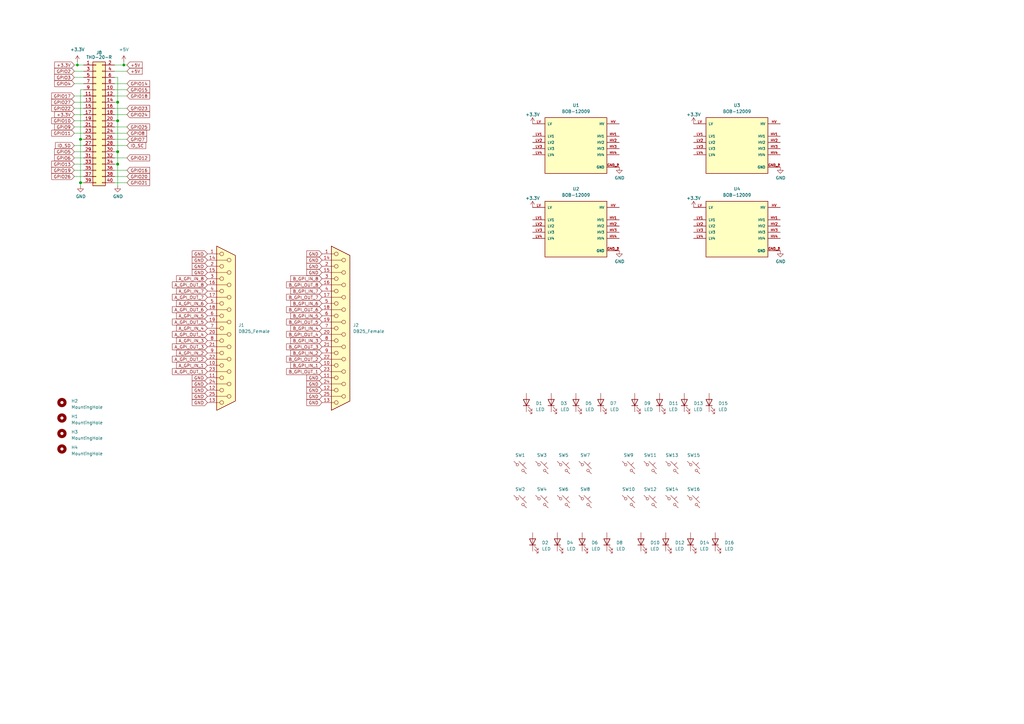
<source format=kicad_sch>
(kicad_sch (version 20211123) (generator eeschema)
  (paper "A3")
  (title_block (title "Compute Module 4 IO Board - Top Level") (rev "1") (company "(c) Raspberry Pi Trading 2020") (comment 1 "www.raspberrypi.org"))
  (lib_symbols
    (symbol "BOB-12009:BOB-12009" (pin_names (offset 1.016))
      (property "Reference" "U" (at -12.7 11.43 0))
      (property "Value" "BOB-12009" (at -12.7 -15.24 0))
      (symbol "BOB-12009_0_0"
        (rectangle (start -12.7 -12.7) (end 12.7 10.16) (stroke (width 0.254)) (fill (type background)))
        (pin power_in line (at 17.78 -10.16 180) (length 5.08) (name "GND") (number "GND_1"))
        (pin power_in line (at 17.78 -10.16 180) (length 5.08) (name "GND") (number "GND_2"))
        (pin bidirectional line (at 17.78 7.62 180) (length 5.08) (name "HV") (number "HV"))
        (pin bidirectional line (at 17.78 2.54 180) (length 5.08) (name "HV1") (number "HV1"))
        (pin bidirectional line (at 17.78 0 180) (length 5.08) (name "HV2") (number "HV2"))
        (pin bidirectional line (at 17.78 -2.54 180) (length 5.08) (name "HV3") (number "HV3"))
        (pin bidirectional line (at 17.78 -5.08 180) (length 5.08) (name "HV4") (number "HV4"))
        (pin bidirectional line (at -17.78 7.62 0) (length 5.08) (name "LV") (number "LV"))
        (pin bidirectional line (at -17.78 2.54 0) (length 5.08) (name "LV1") (number "LV1"))
        (pin bidirectional line (at -17.78 0 0) (length 5.08) (name "LV2") (number "LV2"))
        (pin bidirectional line (at -17.78 -2.54 0) (length 5.08) (name "LV3") (number "LV3"))
        (pin bidirectional line (at -17.78 -5.08 0) (length 5.08) (name "LV4") (number "LV4"))
      )
    )
    (symbol "Connector:DB25_Female" (pin_names (offset 1.016) hide)
      (property "Reference" "J" (at 0 34.29 0))
      (property "Value" "DB25_Female" (at 0 -34.925 0))
      (symbol "DB25_Female_0_1"
        (circle (center -1.778 -30.48) (radius 0.762))
        (circle (center -1.778 -25.4) (radius 0.762))
        (circle (center -1.778 -20.32) (radius 0.762))
        (circle (center -1.778 -15.24) (radius 0.762))
        (circle (center -1.778 -10.16) (radius 0.762))
        (circle (center -1.778 -5.08) (radius 0.762))
        (circle (center -1.778 0) (radius 0.762))
        (circle (center -1.778 5.08) (radius 0.762))
        (circle (center -1.778 10.16) (radius 0.762))
        (circle (center -1.778 15.24) (radius 0.762))
        (circle (center -1.778 20.32) (radius 0.762))
        (circle (center -1.778 25.4) (radius 0.762))
        (circle (center -1.778 30.48) (radius 0.762))
        (polyline (pts (xy -3.81 -30.48) (xy -2.54 -30.48)))
        (polyline (pts (xy -3.81 -27.94) (xy 0.508 -27.94)))
        (polyline (pts (xy -3.81 -25.4) (xy -2.54 -25.4)))
        (polyline (pts (xy -3.81 -22.86) (xy 0.508 -22.86)))
        (polyline (pts (xy -3.81 -20.32) (xy -2.54 -20.32)))
        (polyline (pts (xy -3.81 -17.78) (xy 0.508 -17.78)))
        (polyline (pts (xy -3.81 -15.24) (xy -2.54 -15.24)))
        (polyline (pts (xy -3.81 -12.7) (xy 0.508 -12.7)))
        (polyline (pts (xy -3.81 -10.16) (xy -2.54 -10.16)))
        (polyline (pts (xy -3.81 -7.62) (xy 0.508 -7.62)))
        (polyline (pts (xy -3.81 -5.08) (xy -2.54 -5.08)))
        (polyline (pts (xy -3.81 -2.54) (xy 0.508 -2.54)))
        (polyline (pts (xy -3.81 0) (xy -2.54 0)))
        (polyline (pts (xy -3.81 2.54) (xy 0.508 2.54)))
        (polyline (pts (xy -3.81 5.08) (xy -2.54 5.08)))
        (polyline (pts (xy -3.81 7.62) (xy 0.508 7.62)))
        (polyline (pts (xy -3.81 10.16) (xy -2.54 10.16)))
        (polyline (pts (xy -3.81 12.7) (xy 0.508 12.7)))
        (polyline (pts (xy -3.81 15.24) (xy -2.54 15.24)))
        (polyline (pts (xy -3.81 17.78) (xy 0.508 17.78)))
        (polyline (pts (xy -3.81 20.32) (xy -2.54 20.32)))
        (polyline (pts (xy -3.81 22.86) (xy 0.508 22.86)))
        (polyline (pts (xy -3.81 25.4) (xy -2.54 25.4)))
        (polyline (pts (xy -3.81 27.94) (xy 0.508 27.94)))
        (polyline (pts (xy -3.81 30.48) (xy -2.54 30.48)))
        (polyline (pts (xy -3.81 33.655) (xy 3.81 29.845) (xy 3.81 -29.845) (xy -3.81 -33.655) (xy -3.81 33.655)) (stroke (width 0.254)) (fill (type background)))
        (circle (center 1.27 -27.94) (radius 0.762))
        (circle (center 1.27 -22.86) (radius 0.762))
        (circle (center 1.27 -17.78) (radius 0.762))
        (circle (center 1.27 -12.7) (radius 0.762))
        (circle (center 1.27 -7.62) (radius 0.762))
        (circle (center 1.27 -2.54) (radius 0.762))
        (circle (center 1.27 2.54) (radius 0.762))
        (circle (center 1.27 7.62) (radius 0.762))
        (circle (center 1.27 12.7) (radius 0.762))
        (circle (center 1.27 17.78) (radius 0.762))
        (circle (center 1.27 22.86) (radius 0.762))
        (circle (center 1.27 27.94) (radius 0.762))
      )
      (symbol "DB25_Female_1_1"
        (pin passive line (at -7.62 30.48 0) (length 3.81) (name "1") (number "1"))
        (pin passive line (at -7.62 -15.24 0) (length 3.81) (name "10") (number "10"))
        (pin passive line (at -7.62 -20.32 0) (length 3.81) (name "11") (number "11"))
        (pin passive line (at -7.62 -25.4 0) (length 3.81) (name "12") (number "12"))
        (pin passive line (at -7.62 -30.48 0) (length 3.81) (name "13") (number "13"))
        (pin passive line (at -7.62 27.94 0) (length 3.81) (name "P14") (number "14"))
        (pin passive line (at -7.62 22.86 0) (length 3.81) (name "P15") (number "15"))
        (pin passive line (at -7.62 17.78 0) (length 3.81) (name "P16") (number "16"))
        (pin passive line (at -7.62 12.7 0) (length 3.81) (name "P17") (number "17"))
        (pin passive line (at -7.62 7.62 0) (length 3.81) (name "P18") (number "18"))
        (pin passive line (at -7.62 2.54 0) (length 3.81) (name "P19") (number "19"))
        (pin passive line (at -7.62 25.4 0) (length 3.81) (name "2") (number "2"))
        (pin passive line (at -7.62 -2.54 0) (length 3.81) (name "P20") (number "20"))
        (pin passive line (at -7.62 -7.62 0) (length 3.81) (name "P21") (number "21"))
        (pin passive line (at -7.62 -12.7 0) (length 3.81) (name "P22") (number "22"))
        (pin passive line (at -7.62 -17.78 0) (length 3.81) (name "P23") (number "23"))
        (pin passive line (at -7.62 -22.86 0) (length 3.81) (name "P24") (number "24"))
        (pin passive line (at -7.62 -27.94 0) (length 3.81) (name "P25") (number "25"))
        (pin passive line (at -7.62 20.32 0) (length 3.81) (name "3") (number "3"))
        (pin passive line (at -7.62 15.24 0) (length 3.81) (name "4") (number "4"))
        (pin passive line (at -7.62 10.16 0) (length 3.81) (name "5") (number "5"))
        (pin passive line (at -7.62 5.08 0) (length 3.81) (name "6") (number "6"))
        (pin passive line (at -7.62 0 0) (length 3.81) (name "7") (number "7"))
        (pin passive line (at -7.62 -5.08 0) (length 3.81) (name "8") (number "8"))
        (pin passive line (at -7.62 -10.16 0) (length 3.81) (name "9") (number "9"))
      )
    )
    (symbol "Connector_Generic:Conn_02x20_Odd_Even" (pin_names hide)
      (property "Reference" "J" (at 1.27 25.4 0))
      (property "Value" "Conn_02x20_Odd_Even" (at 1.27 -27.94 0))
      (symbol "Conn_02x20_Odd_Even_1_1"
        (rectangle (start -1.27 -25.273) (end 0 -25.527))
        (rectangle (start -1.27 -22.733) (end 0 -22.987))
        (rectangle (start -1.27 -20.193) (end 0 -20.447))
        (rectangle (start -1.27 -17.653) (end 0 -17.907))
        (rectangle (start -1.27 -15.113) (end 0 -15.367))
        (rectangle (start -1.27 -12.573) (end 0 -12.827))
        (rectangle (start -1.27 -10.033) (end 0 -10.287))
        (rectangle (start -1.27 -7.493) (end 0 -7.747))
        (rectangle (start -1.27 -4.953) (end 0 -5.207))
        (rectangle (start -1.27 -2.413) (end 0 -2.667))
        (rectangle (start -1.27 0.127) (end 0 -0.127))
        (rectangle (start -1.27 2.667) (end 0 2.413))
        (rectangle (start -1.27 5.207) (end 0 4.953))
        (rectangle (start -1.27 7.747) (end 0 7.493))
        (rectangle (start -1.27 10.287) (end 0 10.033))
        (rectangle (start -1.27 12.827) (end 0 12.573))
        (rectangle (start -1.27 15.367) (end 0 15.113))
        (rectangle (start -1.27 17.907) (end 0 17.653))
        (rectangle (start -1.27 20.447) (end 0 20.193))
        (rectangle (start -1.27 22.987) (end 0 22.733))
        (rectangle (start -1.27 24.13) (end 3.81 -26.67) (stroke (width 0.254)) (fill (type background)))
        (rectangle (start 3.81 -25.273) (end 2.54 -25.527))
        (rectangle (start 3.81 -22.733) (end 2.54 -22.987))
        (rectangle (start 3.81 -20.193) (end 2.54 -20.447))
        (rectangle (start 3.81 -17.653) (end 2.54 -17.907))
        (rectangle (start 3.81 -15.113) (end 2.54 -15.367))
        (rectangle (start 3.81 -12.573) (end 2.54 -12.827))
        (rectangle (start 3.81 -10.033) (end 2.54 -10.287))
        (rectangle (start 3.81 -7.493) (end 2.54 -7.747))
        (rectangle (start 3.81 -4.953) (end 2.54 -5.207))
        (rectangle (start 3.81 -2.413) (end 2.54 -2.667))
        (rectangle (start 3.81 0.127) (end 2.54 -0.127))
        (rectangle (start 3.81 2.667) (end 2.54 2.413))
        (rectangle (start 3.81 5.207) (end 2.54 4.953))
        (rectangle (start 3.81 7.747) (end 2.54 7.493))
        (rectangle (start 3.81 10.287) (end 2.54 10.033))
        (rectangle (start 3.81 12.827) (end 2.54 12.573))
        (rectangle (start 3.81 15.367) (end 2.54 15.113))
        (rectangle (start 3.81 17.907) (end 2.54 17.653))
        (rectangle (start 3.81 20.447) (end 2.54 20.193))
        (rectangle (start 3.81 22.987) (end 2.54 22.733))
        (pin passive line (at -5.08 22.86 0) (length 3.81) (name "Pin_1") (number "1"))
        (pin passive line (at 7.62 12.7 180) (length 3.81) (name "Pin_10") (number "10"))
        (pin passive line (at -5.08 10.16 0) (length 3.81) (name "Pin_11") (number "11"))
        (pin passive line (at 7.62 10.16 180) (length 3.81) (name "Pin_12") (number "12"))
        (pin passive line (at -5.08 7.62 0) (length 3.81) (name "Pin_13") (number "13"))
        (pin passive line (at 7.62 7.62 180) (length 3.81) (name "Pin_14") (number "14"))
        (pin passive line (at -5.08 5.08 0) (length 3.81) (name "Pin_15") (number "15"))
        (pin passive line (at 7.62 5.08 180) (length 3.81) (name "Pin_16") (number "16"))
        (pin passive line (at -5.08 2.54 0) (length 3.81) (name "Pin_17") (number "17"))
        (pin passive line (at 7.62 2.54 180) (length 3.81) (name "Pin_18") (number "18"))
        (pin passive line (at -5.08 0 0) (length 3.81) (name "Pin_19") (number "19"))
        (pin passive line (at 7.62 22.86 180) (length 3.81) (name "Pin_2") (number "2"))
        (pin passive line (at 7.62 0 180) (length 3.81) (name "Pin_20") (number "20"))
        (pin passive line (at -5.08 -2.54 0) (length 3.81) (name "Pin_21") (number "21"))
        (pin passive line (at 7.62 -2.54 180) (length 3.81) (name "Pin_22") (number "22"))
        (pin passive line (at -5.08 -5.08 0) (length 3.81) (name "Pin_23") (number "23"))
        (pin passive line (at 7.62 -5.08 180) (length 3.81) (name "Pin_24") (number "24"))
        (pin passive line (at -5.08 -7.62 0) (length 3.81) (name "Pin_25") (number "25"))
        (pin passive line (at 7.62 -7.62 180) (length 3.81) (name "Pin_26") (number "26"))
        (pin passive line (at -5.08 -10.16 0) (length 3.81) (name "Pin_27") (number "27"))
        (pin passive line (at 7.62 -10.16 180) (length 3.81) (name "Pin_28") (number "28"))
        (pin passive line (at -5.08 -12.7 0) (length 3.81) (name "Pin_29") (number "29"))
        (pin passive line (at -5.08 20.32 0) (length 3.81) (name "Pin_3") (number "3"))
        (pin passive line (at 7.62 -12.7 180) (length 3.81) (name "Pin_30") (number "30"))
        (pin passive line (at -5.08 -15.24 0) (length 3.81) (name "Pin_31") (number "31"))
        (pin passive line (at 7.62 -15.24 180) (length 3.81) (name "Pin_32") (number "32"))
        (pin passive line (at -5.08 -17.78 0) (length 3.81) (name "Pin_33") (number "33"))
        (pin passive line (at 7.62 -17.78 180) (length 3.81) (name "Pin_34") (number "34"))
        (pin passive line (at -5.08 -20.32 0) (length 3.81) (name "Pin_35") (number "35"))
        (pin passive line (at 7.62 -20.32 180) (length 3.81) (name "Pin_36") (number "36"))
        (pin passive line (at -5.08 -22.86 0) (length 3.81) (name "Pin_37") (number "37"))
        (pin passive line (at 7.62 -22.86 180) (length 3.81) (name "Pin_38") (number "38"))
        (pin passive line (at -5.08 -25.4 0) (length 3.81) (name "Pin_39") (number "39"))
        (pin passive line (at 7.62 20.32 180) (length 3.81) (name "Pin_4") (number "4"))
        (pin passive line (at 7.62 -25.4 180) (length 3.81) (name "Pin_40") (number "40"))
        (pin passive line (at -5.08 17.78 0) (length 3.81) (name "Pin_5") (number "5"))
        (pin passive line (at 7.62 17.78 180) (length 3.81) (name "Pin_6") (number "6"))
        (pin passive line (at -5.08 15.24 0) (length 3.81) (name "Pin_7") (number "7"))
        (pin passive line (at 7.62 15.24 180) (length 3.81) (name "Pin_8") (number "8"))
        (pin passive line (at -5.08 12.7 0) (length 3.81) (name "Pin_9") (number "9"))
      )
    )
    (symbol "Device:LED" (pin_numbers hide) (pin_names (offset 1.016) hide)
      (property "Reference" "D" (at 0 2.54 0))
      (property "Value" "LED" (at 0 -2.54 0))
      (symbol "LED_0_1"
        (polyline (pts (xy -1.27 -1.27) (xy -1.27 1.27)) (stroke (width 0.254)))
        (polyline (pts (xy -1.27 0) (xy 1.27 0)))
        (polyline (pts (xy 1.27 -1.27) (xy 1.27 1.27) (xy -1.27 0) (xy 1.27 -1.27)) (stroke (width 0.254)))
        (polyline (pts (xy -3.048 -0.762) (xy -4.572 -2.286) (xy -3.81 -2.286) (xy -4.572 -2.286) (xy -4.572 -1.524)))
        (polyline (pts (xy -1.778 -0.762) (xy -3.302 -2.286) (xy -2.54 -2.286) (xy -3.302 -2.286) (xy -3.302 -1.524)))
      )
      (symbol "LED_1_1"
        (pin passive line (at -3.81 0 0) (length 2.54) (name "K") (number "1"))
        (pin passive line (at 3.81 0 180) (length 2.54) (name "A") (number "2"))
      )
    )
    (symbol "Mechanical:MountingHole_1" (pin_names (offset 1.016))
      (property "Reference" "H" (at 0 5.08 0))
      (property "Value" "MountingHole" (at 0 3.175 0))
      (symbol "MountingHole_1_0_1"
        (circle (center 0 0) (radius 1.27) (stroke (width 1.27)))
      )
    )
    (symbol "Switch:SW_Push_45deg" (pin_numbers hide) (pin_names (offset 1.016) hide)
      (property "Reference" "SW" (at 3.048 1.016 0))
      (property "Value" "SW_Push_45deg" (at 0 -3.81 0))
      (symbol "SW_Push_45deg_0_1"
        (circle (center -1.1684 1.1684) (radius 0.508))
        (polyline (pts (xy -0.508 2.54) (xy 2.54 -0.508)))
        (polyline (pts (xy 1.016 1.016) (xy 2.032 2.032)))
        (polyline (pts (xy -2.54 2.54) (xy -1.524 1.524) (xy -1.524 1.524)))
        (polyline (pts (xy 1.524 -1.524) (xy 2.54 -2.54) (xy 2.54 -2.54) (xy 2.54 -2.54)))
        (circle (center 1.143 -1.1938) (radius 0.508))
        (pin passive line (at -2.54 2.54 0) (length 0) (name "1") (number "1"))
        (pin passive line (at 2.54 -2.54 180) (length 0) (name "2") (number "2"))
      )
    )
    (symbol "power:+3.3V" (power) (pin_names (offset 0))
      (property "Value" "+3.3V" (at 0 3.556 0))
      (symbol "+3.3V_0_1"
        (polyline (pts (xy -0.762 1.27) (xy 0 2.54)))
        (polyline (pts (xy 0 0) (xy 0 2.54)))
        (polyline (pts (xy 0 2.54) (xy 0.762 1.27)))
      )
      (symbol "+3.3V_1_1"
        (pin power_in line (at 0 0 90) (length 0) hide (name "+3.3V") (number "1"))
      )
    )
    (symbol "power:+5V" (power) (pin_names (offset 0))
      (property "Value" "+5V" (at 0 3.556 0))
      (symbol "+5V_0_1"
        (polyline (pts (xy -0.762 1.27) (xy 0 2.54)))
        (polyline (pts (xy 0 0) (xy 0 2.54)))
        (polyline (pts (xy 0 2.54) (xy 0.762 1.27)))
      )
      (symbol "+5V_1_1"
        (pin power_in line (at 0 0 90) (length 0) hide (name "+5V") (number "1"))
      )
    )
    (symbol "power:GND" (power) (pin_names (offset 0))
      (property "Value" "GND" (at 0 -3.81 0))
      (symbol "GND_0_1"
        (polyline (pts (xy 0 0) (xy 0 -1.27) (xy 1.27 -1.27) (xy 0 -2.54) (xy -1.27 -1.27) (xy 0 -1.27)))
      )
      (symbol "GND_1_1"
        (pin power_in line (at 0 0 270) (length 0) hide (name "GND") (number "1"))
      )
    )
  )
  (junction (at 48.26 67.31) (diameter 1.016))
  (junction (at 33.02 57.15) (diameter 1.016))
  (junction (at 48.26 49.53) (diameter 1.016))
  (junction (at 31.75 26.67))
  (junction (at 50.8 26.67))
  (junction (at 33.02 74.93) (diameter 1.016))
  (junction (at 48.26 41.91) (diameter 1.016))
  (junction (at 48.26 62.23) (diameter 1.016))
  (wire (pts (xy 48.26 67.31) (xy 48.26 62.23)))
  (wire (pts (xy 46.99 31.75) (xy 48.26 31.75)))
  (wire (pts (xy 30.48 49.53) (xy 34.29 49.53)))
  (wire (pts (xy 50.8 26.67) (xy 52.07 26.67)))
  (wire (pts (xy 30.48 31.75) (xy 34.29 31.75)))
  (wire (pts (xy 46.99 69.85) (xy 52.07 69.85)))
  (wire (pts (xy 46.99 29.21) (xy 52.07 29.21)))
  (wire (pts (xy 46.99 46.99) (xy 52.07 46.99)))
  (wire (pts (xy 31.75 26.67) (xy 34.29 26.67)))
  (wire (pts (xy 46.99 59.69) (xy 52.07 59.69)))
  (wire (pts (xy 30.48 59.69) (xy 34.29 59.69)))
  (wire (pts (xy 30.48 72.39) (xy 34.29 72.39)))
  (wire (pts (xy 46.99 62.23) (xy 48.26 62.23)))
  (wire (pts (xy 30.48 41.91) (xy 34.29 41.91)))
  (wire (pts (xy 46.99 57.15) (xy 52.07 57.15)))
  (wire (pts (xy 48.26 41.91) (xy 46.99 41.91)))
  (wire (pts (xy 30.48 39.37) (xy 34.29 39.37)))
  (wire (pts (xy 46.99 72.39) (xy 52.07 72.39)))
  (wire (pts (xy 48.26 41.91) (xy 48.26 49.53)))
  (wire (pts (xy 33.02 57.15) (xy 33.02 74.93)))
  (wire (pts (xy 30.48 44.45) (xy 34.29 44.45)))
  (wire (pts (xy 30.48 46.99) (xy 34.29 46.99)))
  (wire (pts (xy 33.02 74.93) (xy 33.02 76.2)))
  (wire (pts (xy 46.99 52.07) (xy 52.07 52.07)))
  (wire (pts (xy 30.48 62.23) (xy 34.29 62.23)))
  (wire (pts (xy 30.48 64.77) (xy 34.29 64.77)))
  (wire (pts (xy 34.29 36.83) (xy 33.02 36.83)))
  (wire (pts (xy 46.99 64.77) (xy 52.07 64.77)))
  (wire (pts (xy 33.02 74.93) (xy 34.29 74.93)))
  (wire (pts (xy 46.99 26.67) (xy 50.8 26.67)))
  (wire (pts (xy 48.26 67.31) (xy 48.26 76.2)))
  (wire (pts (xy 48.26 31.75) (xy 48.26 41.91)))
  (wire (pts (xy 30.48 34.29) (xy 34.29 34.29)))
  (wire (pts (xy 30.48 69.85) (xy 34.29 69.85)))
  (wire (pts (xy 46.99 74.93) (xy 52.07 74.93)))
  (wire (pts (xy 48.26 49.53) (xy 46.99 49.53)))
  (wire (pts (xy 33.02 57.15) (xy 34.29 57.15)))
  (wire (pts (xy 46.99 67.31) (xy 48.26 67.31)))
  (wire (pts (xy 46.99 39.37) (xy 52.07 39.37)))
  (wire (pts (xy 46.99 34.29) (xy 52.07 34.29)))
  (wire (pts (xy 31.75 25.4) (xy 31.75 26.67)))
  (wire (pts (xy 50.8 25.4) (xy 50.8 26.67)))
  (wire (pts (xy 33.02 36.83) (xy 33.02 57.15)))
  (wire (pts (xy 46.99 54.61) (xy 52.07 54.61)))
  (wire (pts (xy 46.99 44.45) (xy 52.07 44.45)))
  (wire (pts (xy 30.48 67.31) (xy 34.29 67.31)))
  (wire (pts (xy 30.48 52.07) (xy 34.29 52.07)))
  (wire (pts (xy 30.48 54.61) (xy 34.29 54.61)))
  (wire (pts (xy 30.48 29.21) (xy 34.29 29.21)))
  (wire (pts (xy 46.99 36.83) (xy 52.07 36.83)))
  (wire (pts (xy 30.48 26.67) (xy 31.75 26.67)))
  (wire (pts (xy 48.26 62.23) (xy 48.26 49.53)))
  (global_label "GND" (shape input) (at 132.08 154.94 180) (property "Intersheet References" "${INTERSHEET_REFS}" (effects hide)))
  (global_label "B_GPI_OUT_3" (shape input) (at 132.08 142.24 180) (property "Intersheet References" "${INTERSHEET_REFS}" (effects hide)))
  (global_label "GND" (shape input) (at 85.09 106.68 180) (property "Intersheet References" "${INTERSHEET_REFS}" (effects hide)))
  (global_label "+5V" (shape input) (at 52.07 29.21 0) (property "Intersheet References" "${INTERSHEET_REFS}" (effects hide)))
  (global_label "B_GPI_OUT_7" (shape input) (at 132.08 121.92 180) (property "Intersheet References" "${INTERSHEET_REFS}" (effects hide)))
  (global_label "A_GPI_OUT_3" (shape input) (at 85.09 142.24 180) (property "Intersheet References" "${INTERSHEET_REFS}" (effects hide)))
  (global_label "GPIO17" (shape input) (at 30.48 39.37 180) (property "Intersheet References" "${INTERSHEET_REFS}" (effects hide)))
  (global_label "A_GPI_IN_3" (shape input) (at 85.09 139.7 180) (property "Intersheet References" "${INTERSHEET_REFS}" (effects hide)))
  (global_label "B_GPI_OUT_5" (shape input) (at 132.08 132.08 180) (property "Intersheet References" "${INTERSHEET_REFS}" (effects hide)))
  (global_label "GND" (shape input) (at 132.08 106.68 180) (property "Intersheet References" "${INTERSHEET_REFS}" (effects hide)))
  (global_label "B_GPI_IN_8" (shape input) (at 132.08 114.3 180) (property "Intersheet References" "${INTERSHEET_REFS}" (effects hide)))
  (global_label "GPIO5" (shape input) (at 30.48 62.23 180) (property "Intersheet References" "${INTERSHEET_REFS}" (effects hide)))
  (global_label "GND" (shape input) (at 85.09 109.22 180) (property "Intersheet References" "${INTERSHEET_REFS}" (effects hide)))
  (global_label "+5V" (shape input) (at 52.07 26.67 0) (property "Intersheet References" "${INTERSHEET_REFS}" (effects hide)))
  (global_label "B_GPI_OUT_2" (shape input) (at 132.08 147.32 180) (property "Intersheet References" "${INTERSHEET_REFS}" (effects hide)))
  (global_label "GPIO18" (shape input) (at 52.07 39.37 0) (property "Intersheet References" "${INTERSHEET_REFS}" (effects hide)))
  (global_label "GPIO22" (shape input) (at 30.48 44.45 180) (property "Intersheet References" "${INTERSHEET_REFS}" (effects hide)))
  (global_label "GPIO25" (shape input) (at 52.07 52.07 0) (property "Intersheet References" "${INTERSHEET_REFS}" (effects hide)))
  (global_label "B_GPI_OUT_6" (shape input) (at 132.08 127 180) (property "Intersheet References" "${INTERSHEET_REFS}" (effects hide)))
  (global_label "GND" (shape input) (at 85.09 111.76 180) (property "Intersheet References" "${INTERSHEET_REFS}" (effects hide)))
  (global_label "A_GPI_OUT_2" (shape input) (at 85.09 147.32 180) (property "Intersheet References" "${INTERSHEET_REFS}" (effects hide)))
  (global_label "+3.3V" (shape input) (at 30.48 46.99 180) (property "Intersheet References" "${INTERSHEET_REFS}" (effects hide)))
  (global_label "A_GPI_OUT_1" (shape input) (at 85.09 152.4 180) (property "Intersheet References" "${INTERSHEET_REFS}" (effects hide)))
  (global_label "B_GPI_IN_1" (shape input) (at 132.08 149.86 180) (property "Intersheet References" "${INTERSHEET_REFS}" (effects hide)))
  (global_label "GPIO23" (shape input) (at 52.07 44.45 0) (property "Intersheet References" "${INTERSHEET_REFS}" (effects hide)))
  (global_label "GND" (shape input) (at 85.09 104.14 180) (property "Intersheet References" "${INTERSHEET_REFS}" (effects hide)))
  (global_label "GND" (shape input) (at 132.08 157.48 180) (property "Intersheet References" "${INTERSHEET_REFS}" (effects hide)))
  (global_label "GPIO11" (shape input) (at 30.48 54.61 180) (property "Intersheet References" "${INTERSHEET_REFS}" (effects hide)))
  (global_label "B_GPI_IN_2" (shape input) (at 132.08 144.78 180) (property "Intersheet References" "${INTERSHEET_REFS}" (effects hide)))
  (global_label "GND" (shape input) (at 132.08 165.1 180) (property "Intersheet References" "${INTERSHEET_REFS}" (effects hide)))
  (global_label "ID_SD" (shape input) (at 30.48 59.69 180) (property "Intersheet References" "${INTERSHEET_REFS}" (effects hide)))
  (global_label "A_GPI_IN_1" (shape input) (at 85.09 149.86 180) (property "Intersheet References" "${INTERSHEET_REFS}" (effects hide)))
  (global_label "GPIO3" (shape input) (at 30.48 31.75 180) (property "Intersheet References" "${INTERSHEET_REFS}" (effects hide)))
  (global_label "GPIO13" (shape input) (at 30.48 67.31 180) (property "Intersheet References" "${INTERSHEET_REFS}" (effects hide)))
  (global_label "GND" (shape input) (at 85.09 160.02 180) (property "Intersheet References" "${INTERSHEET_REFS}" (effects hide)))
  (global_label "GND" (shape input) (at 85.09 154.94 180) (property "Intersheet References" "${INTERSHEET_REFS}" (effects hide)))
  (global_label "A_GPI_OUT_7" (shape input) (at 85.09 121.92 180) (property "Intersheet References" "${INTERSHEET_REFS}" (effects hide)))
  (global_label "GND" (shape input) (at 85.09 165.1 180) (property "Intersheet References" "${INTERSHEET_REFS}" (effects hide)))
  (global_label "GND" (shape input) (at 132.08 160.02 180) (property "Intersheet References" "${INTERSHEET_REFS}" (effects hide)))
  (global_label "GPIO4" (shape input) (at 30.48 34.29 180) (property "Intersheet References" "${INTERSHEET_REFS}" (effects hide)))
  (global_label "A_GPI_IN_5" (shape input) (at 85.09 129.54 180) (property "Intersheet References" "${INTERSHEET_REFS}" (effects hide)))
  (global_label "A_GPI_IN_8" (shape input) (at 85.09 114.3 180) (property "Intersheet References" "${INTERSHEET_REFS}" (effects hide)))
  (global_label "GPIO19" (shape input) (at 30.48 69.85 180) (property "Intersheet References" "${INTERSHEET_REFS}" (effects hide)))
  (global_label "B_GPI_IN_5" (shape input) (at 132.08 129.54 180) (property "Intersheet References" "${INTERSHEET_REFS}" (effects hide)))
  (global_label "B_GPI_OUT_4" (shape input) (at 132.08 137.16 180) (property "Intersheet References" "${INTERSHEET_REFS}" (effects hide)))
  (global_label "A_GPI_IN_7" (shape input) (at 85.09 119.38 180) (property "Intersheet References" "${INTERSHEET_REFS}" (effects hide)))
  (global_label "GPIO14" (shape input) (at 52.07 34.29 0) (property "Intersheet References" "${INTERSHEET_REFS}" (effects hide)))
  (global_label "+3.3V" (shape input) (at 30.48 26.67 180) (property "Intersheet References" "${INTERSHEET_REFS}" (effects hide)))
  (global_label "GPIO26" (shape input) (at 30.48 72.39 180) (property "Intersheet References" "${INTERSHEET_REFS}" (effects hide)))
  (global_label "A_GPI_OUT_4" (shape input) (at 85.09 137.16 180) (property "Intersheet References" "${INTERSHEET_REFS}" (effects hide)))
  (global_label "GND" (shape input) (at 132.08 109.22 180) (property "Intersheet References" "${INTERSHEET_REFS}" (effects hide)))
  (global_label "A_GPI_OUT_6" (shape input) (at 85.09 127 180) (property "Intersheet References" "${INTERSHEET_REFS}" (effects hide)))
  (global_label "GND" (shape input) (at 85.09 157.48 180) (property "Intersheet References" "${INTERSHEET_REFS}" (effects hide)))
  (global_label "B_GPI_OUT_8" (shape input) (at 132.08 116.84 180) (property "Intersheet References" "${INTERSHEET_REFS}" (effects hide)))
  (global_label "GND" (shape input) (at 132.08 104.14 180) (property "Intersheet References" "${INTERSHEET_REFS}" (effects hide)))
  (global_label "A_GPI_IN_6" (shape input) (at 85.09 124.46 180) (property "Intersheet References" "${INTERSHEET_REFS}" (effects hide)))
  (global_label "A_GPI_OUT_8" (shape input) (at 85.09 116.84 180) (property "Intersheet References" "${INTERSHEET_REFS}" (effects hide)))
  (global_label "GPIO27" (shape input) (at 30.48 41.91 180) (property "Intersheet References" "${INTERSHEET_REFS}" (effects hide)))
  (global_label "GND" (shape input) (at 85.09 162.56 180) (property "Intersheet References" "${INTERSHEET_REFS}" (effects hide)))
  (global_label "GND" (shape input) (at 132.08 111.76 180) (property "Intersheet References" "${INTERSHEET_REFS}" (effects hide)))
  (global_label "GPIO12" (shape input) (at 52.07 64.77 0) (property "Intersheet References" "${INTERSHEET_REFS}" (effects hide)))
  (global_label "B_GPI_IN_3" (shape input) (at 132.08 139.7 180) (property "Intersheet References" "${INTERSHEET_REFS}" (effects hide)))
  (global_label "GPIO8" (shape input) (at 52.07 54.61 0) (property "Intersheet References" "${INTERSHEET_REFS}" (effects hide)))
  (global_label "GND" (shape input) (at 132.08 162.56 180) (property "Intersheet References" "${INTERSHEET_REFS}" (effects hide)))
  (global_label "A_GPI_IN_4" (shape input) (at 85.09 134.62 180) (property "Intersheet References" "${INTERSHEET_REFS}" (effects hide)))
  (global_label "B_GPI_IN_4" (shape input) (at 132.08 134.62 180) (property "Intersheet References" "${INTERSHEET_REFS}" (effects hide)))
  (global_label "GPIO10" (shape input) (at 30.48 49.53 180) (property "Intersheet References" "${INTERSHEET_REFS}" (effects hide)))
  (global_label "GPIO20" (shape input) (at 52.07 72.39 0) (property "Intersheet References" "${INTERSHEET_REFS}" (effects hide)))
  (global_label "B_GPI_IN_6" (shape input) (at 132.08 124.46 180) (property "Intersheet References" "${INTERSHEET_REFS}" (effects hide)))
  (global_label "ID_SC" (shape input) (at 52.07 59.69 0) (property "Intersheet References" "${INTERSHEET_REFS}" (effects hide)))
  (global_label "GPIO7" (shape input) (at 52.07 57.15 0) (property "Intersheet References" "${INTERSHEET_REFS}" (effects hide)))
  (global_label "GPIO15" (shape input) (at 52.07 36.83 0) (property "Intersheet References" "${INTERSHEET_REFS}" (effects hide)))
  (global_label "B_GPI_OUT_1" (shape input) (at 132.08 152.4 180) (property "Intersheet References" "${INTERSHEET_REFS}" (effects hide)))
  (global_label "GPIO6" (shape input) (at 30.48 64.77 180) (property "Intersheet References" "${INTERSHEET_REFS}" (effects hide)))
  (global_label "GPIO9" (shape input) (at 30.48 52.07 180) (property "Intersheet References" "${INTERSHEET_REFS}" (effects hide)))
  (global_label "GPIO24" (shape input) (at 52.07 46.99 0) (property "Intersheet References" "${INTERSHEET_REFS}" (effects hide)))
  (global_label "GPIO16" (shape input) (at 52.07 69.85 0) (property "Intersheet References" "${INTERSHEET_REFS}" (effects hide)))
  (global_label "GPIO2" (shape input) (at 30.48 29.21 180) (property "Intersheet References" "${INTERSHEET_REFS}" (effects hide)))
  (global_label "A_GPI_IN_2" (shape input) (at 85.09 144.78 180) (property "Intersheet References" "${INTERSHEET_REFS}" (effects hide)))
  (global_label "GPIO21" (shape input) (at 52.07 74.93 0) (property "Intersheet References" "${INTERSHEET_REFS}" (effects hide)))
  (global_label "A_GPI_OUT_5" (shape input) (at 85.09 132.08 180) (property "Intersheet References" "${INTERSHEET_REFS}" (effects hide)))
  (global_label "B_GPI_IN_7" (shape input) (at 132.08 119.38 180) (property "Intersheet References" "${INTERSHEET_REFS}" (effects hide)))
  (symbol (lib_id "Device:LED") (at 290.83 165.1 90) (unit 1)
    (property "Reference" "D15" (at 294.64 165.4174 90) (effects (justify right)))
    (property "Value" "LED" (at 294.64 167.9574 90) (effects (justify right)))
    (property "Footprint" "LED_THT:LED_D5.0mm" (effects hide))
  )
  (symbol (lib_id "Device:LED") (at 228.6 222.25 90) (unit 1)
    (property "Reference" "D4" (at 232.41 222.5674 90) (effects (justify right)))
    (property "Value" "LED" (at 232.41 225.1074 90) (effects (justify right)))
    (property "Footprint" "LED_THT:LED_D5.0mm" (effects hide))
  )
  (symbol (lib_id "power:+5V") (at 50.8 25.4 0) (unit 1)
    (property "Reference" "#PWR?" (effects hide))
    (property "Value" "+5V" (at 50.8 20.32 0))
  )
  (symbol (lib_name "Mechanical:MountingHole_1") (lib_id "Mechanical:MountingHole") (at 25.4 184.15 0) (unit 1)
    (property "Reference" "H4" (at 29.21 183.5149 0) (effects (justify left)))
    (property "Value" "MountingHole" (at 29.21 186.0549 0) (effects (justify left)))
    (property "Footprint" "MountingHole:MountingHole_3.2mm_M3" (effects hide))
  )
  (symbol (lib_id "Device:LED") (at 262.89 222.25 90) (unit 1)
    (property "Reference" "D10" (at 266.7 222.5674 90) (effects (justify right)))
    (property "Value" "LED" (at 266.7 225.1074 90) (effects (justify right)))
    (property "Footprint" "LED_THT:LED_D5.0mm" (effects hide))
  )
  (symbol (lib_id "Device:LED") (at 215.9 165.1 90) (unit 1)
    (property "Reference" "D1" (at 219.71 165.4174 90) (effects (justify right)))
    (property "Value" "LED" (at 219.71 167.9574 90) (effects (justify right)))
    (property "Footprint" "LED_THT:LED_D5.0mm" (effects hide))
  )
  (symbol (lib_id "Switch:SW_Push_45deg") (at 240.03 205.74 0) (unit 1)
    (property "Reference" "SW8" (at 240.03 200.66 0))
    (property "Value" "SW_Push_45deg" (effects hide))
    (property "Footprint" "Button_Switch_THT:SW_PUSH_6mm_H8mm" (effects hide))
  )
  (symbol (lib_id "Switch:SW_Push_45deg") (at 231.14 205.74 0) (unit 1)
    (property "Reference" "SW6" (at 231.14 200.66 0))
    (property "Value" "SW_Push_45deg" (effects hide))
    (property "Footprint" "Button_Switch_THT:SW_PUSH_6mm_H8mm" (effects hide))
  )
  (symbol (lib_id "power:GND") (at 254 102.87 0) (unit 1)
    (property "Reference" "#PWR?" (effects hide))
    (property "Value" "GND" (at 254.127 107.2642 0))
  )
  (symbol (lib_id "Switch:SW_Push_45deg") (at 284.48 191.77 0) (unit 1)
    (property "Reference" "SW15" (at 284.48 186.69 0))
    (property "Value" "SW_Push_45deg" (effects hide))
    (property "Footprint" "Button_Switch_THT:SW_PUSH_6mm_H8mm" (effects hide))
  )
  (symbol (lib_id "Switch:SW_Push_45deg") (at 284.48 205.74 0) (unit 1)
    (property "Reference" "SW16" (at 284.48 200.66 0))
    (property "Value" "SW_Push_45deg" (effects hide))
    (property "Footprint" "Button_Switch_THT:SW_PUSH_6mm_H8mm" (effects hide))
  )
  (symbol (lib_name "Mechanical:MountingHole_1") (lib_id "Mechanical:MountingHole") (at 25.4 177.8 0) (unit 1)
    (property "Reference" "H3" (at 29.21 177.1649 0) (effects (justify left)))
    (property "Value" "MountingHole" (at 29.21 179.7049 0) (effects (justify left)))
    (property "Footprint" "MountingHole:MountingHole_3.2mm_M3" (effects hide))
  )
  (symbol (lib_id "Device:LED") (at 226.06 165.1 90) (unit 1)
    (property "Reference" "D3" (at 229.87 165.4174 90) (effects (justify right)))
    (property "Value" "LED" (at 229.87 167.9574 90) (effects (justify right)))
    (property "Footprint" "LED_THT:LED_D5.0mm" (effects hide))
  )
  (symbol (lib_name "Mechanical:MountingHole_1") (lib_id "Mechanical:MountingHole") (at 25.4 165.1 0) (unit 1)
    (property "Reference" "H2" (at 29.21 164.4649 0) (effects (justify left)))
    (property "Value" "MountingHole" (at 29.21 167.0049 0) (effects (justify left)))
    (property "Footprint" "MountingHole:MountingHole_3.2mm_M3" (effects hide))
  )
  (symbol (lib_id "Switch:SW_Push_45deg") (at 257.81 205.74 0) (unit 1)
    (property "Reference" "SW10" (at 257.81 200.66 0))
    (property "Value" "SW_Push_45deg" (effects hide))
    (property "Footprint" "Button_Switch_THT:SW_PUSH_6mm_H8mm" (effects hide))
  )
  (symbol (lib_id "Switch:SW_Push_45deg") (at 257.81 191.77 0) (unit 1)
    (property "Reference" "SW9" (at 257.81 186.69 0))
    (property "Value" "SW_Push_45deg" (effects hide))
    (property "Footprint" "Button_Switch_THT:SW_PUSH_6mm_H8mm" (effects hide))
  )
  (symbol (lib_id "BOB-12009:BOB-12009") (at 236.22 58.42 0) (unit 1)
    (property "Reference" "U1" (at 236.22 43.18 0))
    (property "Value" "BOB-12009" (at 236.22 45.72 0))
    (property "Footprint" "CONV_BOB-12009" (effects hide))
    (property "MAXIMUM_PACKAGE_HEIGHT" "N/A" (effects hide))
    (property "PARTREV" "01" (effects hide))
    (property "STANDARD" "Manufacturer Recommendations" (effects hide))
    (property "MANUFACTURER" "SparkFun Electronics" (effects hide))
  )
  (symbol (lib_id "Device:LED") (at 270.51 165.1 90) (unit 1)
    (property "Reference" "D11" (at 274.32 165.4174 90) (effects (justify right)))
    (property "Value" "LED" (at 274.32 167.9574 90) (effects (justify right)))
    (property "Footprint" "LED_THT:LED_D5.0mm" (effects hide))
  )
  (symbol (lib_name "Mechanical:MountingHole_1") (lib_id "Mechanical:MountingHole") (at 25.4 171.45 0) (unit 1)
    (property "Reference" "H1" (at 29.21 170.8149 0) (effects (justify left)))
    (property "Value" "MountingHole" (at 29.21 173.3549 0) (effects (justify left)))
    (property "Footprint" "MountingHole:MountingHole_3.2mm_M3" (effects hide))
  )
  (symbol (lib_id "BOB-12009:BOB-12009") (at 236.22 92.71 0) (unit 1)
    (property "Reference" "U2" (at 236.22 77.47 0))
    (property "Value" "BOB-12009" (at 236.22 80.01 0))
    (property "Footprint" "CONV_BOB-12009" (effects hide))
    (property "MAXIMUM_PACKAGE_HEIGHT" "N/A" (effects hide))
    (property "PARTREV" "01" (effects hide))
    (property "STANDARD" "Manufacturer Recommendations" (effects hide))
    (property "MANUFACTURER" "SparkFun Electronics" (effects hide))
  )
  (symbol (lib_id "power:+3.3V") (at 218.44 85.09 0) (unit 1)
    (property "Reference" "#PWR?" (effects hide))
    (property "Value" "+3.3V" (at 218.44 81.28 0))
  )
  (symbol (lib_id "Connector_Generic:Conn_02x20_Odd_Even") (at 39.37 49.53 0) (unit 1)
    (property "Reference" "J8" (at 40.64 21.59 0))
    (property "Value" "THD-20-R" (at 40.64 23.4696 0))
    (property "Footprint" "Connector_PinHeader_2.54mm:PinHeader_2x20_P2.54mm_Vertical" (effects hide))
    (property "Datasheet" "https://www.toby.co.uk/uploads/publications/1673.pdf" (effects hide))
    (property "Field4" "Toby" (effects hide))
    (property "Field5" "THD-20-R" (effects hide))
    (property "Field6" "THD-20-R" (effects hide))
    (property "Field7" "Toby" (effects hide))
    (property "Field8" "UCON00511" (effects hide))
    (property "Part Description" "PinHeader_2x20_P2.54mm_Vertical" (effects hide))
  )
  (symbol (lib_id "Device:LED") (at 248.92 222.25 90) (unit 1)
    (property "Reference" "D8" (at 252.73 222.5674 90) (effects (justify right)))
    (property "Value" "LED" (at 252.73 225.1074 90) (effects (justify right)))
    (property "Footprint" "LED_THT:LED_D5.0mm" (effects hide))
  )
  (symbol (lib_id "Switch:SW_Push_45deg") (at 222.25 205.74 0) (unit 1)
    (property "Reference" "SW4" (at 222.25 200.66 0))
    (property "Value" "SW_Push_45deg" (effects hide))
    (property "Footprint" "Button_Switch_THT:SW_PUSH_6mm_H8mm" (effects hide))
  )
  (symbol (lib_id "Device:LED") (at 293.37 222.25 90) (unit 1)
    (property "Reference" "D16" (at 297.18 222.5674 90) (effects (justify right)))
    (property "Value" "LED" (at 297.18 225.1074 90) (effects (justify right)))
    (property "Footprint" "LED_THT:LED_D5.0mm" (effects hide))
  )
  (symbol (lib_id "Connector:DB25_Female") (at 92.71 134.62 0) (unit 1)
    (property "Reference" "J1" (at 97.79 133.3499 0) (effects (justify left)))
    (property "Value" "DB25_Female" (at 97.79 135.8899 0) (effects (justify left)))
    (property "Footprint" "Connector_Dsub:DSUB-25_Female_Horizontal_P2.77x2.84mm_EdgePinOffset4.94mm_Housed_MountingHolesOffset7.48mm" (effects hide))
    (property "Datasheet" " ~" (effects hide))
  )
  (symbol (lib_id "Switch:SW_Push_45deg") (at 266.7 205.74 0) (unit 1)
    (property "Reference" "SW12" (at 266.7 200.66 0))
    (property "Value" "SW_Push_45deg" (effects hide))
    (property "Footprint" "Button_Switch_THT:SW_PUSH_6mm_H8mm" (effects hide))
  )
  (symbol (lib_id "Switch:SW_Push_45deg") (at 275.59 191.77 0) (unit 1)
    (property "Reference" "SW13" (at 275.59 186.69 0))
    (property "Value" "SW_Push_45deg" (effects hide))
    (property "Footprint" "Button_Switch_THT:SW_PUSH_6mm_H8mm" (effects hide))
  )
  (symbol (lib_id "BOB-12009:BOB-12009") (at 302.26 92.71 0) (unit 1)
    (property "Reference" "U4" (at 302.26 77.47 0))
    (property "Value" "BOB-12009" (at 302.26 80.01 0))
    (property "Footprint" "CONV_BOB-12009" (effects hide))
    (property "MAXIMUM_PACKAGE_HEIGHT" "N/A" (effects hide))
    (property "PARTREV" "01" (effects hide))
    (property "STANDARD" "Manufacturer Recommendations" (effects hide))
    (property "MANUFACTURER" "SparkFun Electronics" (effects hide))
  )
  (symbol (lib_id "Device:LED") (at 273.05 222.25 90) (unit 1)
    (property "Reference" "D12" (at 276.86 222.5674 90) (effects (justify right)))
    (property "Value" "LED" (at 276.86 225.1074 90) (effects (justify right)))
    (property "Footprint" "LED_THT:LED_D5.0mm" (effects hide))
  )
  (symbol (lib_id "power:GND") (at 320.04 102.87 0) (unit 1)
    (property "Reference" "#PWR?" (effects hide))
    (property "Value" "GND" (at 320.167 107.2642 0))
  )
  (symbol (lib_id "power:+3.3V") (at 31.75 25.4 0) (unit 1)
    (property "Reference" "#PWR?" (effects hide))
    (property "Value" "+3.3V" (at 31.75 20.32 0))
  )
  (symbol (lib_id "Device:LED") (at 280.67 165.1 90) (unit 1)
    (property "Reference" "D13" (at 284.48 165.4174 90) (effects (justify right)))
    (property "Value" "LED" (at 284.48 167.9574 90) (effects (justify right)))
    (property "Footprint" "LED_THT:LED_D5.0mm" (effects hide))
  )
  (symbol (lib_id "power:+3.3V") (at 284.48 50.8 0) (unit 1)
    (property "Reference" "#PWR?" (effects hide))
    (property "Value" "+3.3V" (at 284.48 46.99 0))
  )
  (symbol (lib_id "Switch:SW_Push_45deg") (at 213.36 191.77 0) (unit 1)
    (property "Reference" "SW1" (at 213.36 186.69 0))
    (property "Value" "SW_Push_45deg" (effects hide))
    (property "Footprint" "Button_Switch_THT:SW_PUSH_6mm_H8mm" (effects hide))
  )
  (symbol (lib_id "Switch:SW_Push_45deg") (at 222.25 191.77 0) (unit 1)
    (property "Reference" "SW3" (at 222.25 186.69 0))
    (property "Value" "SW_Push_45deg" (effects hide))
    (property "Footprint" "Button_Switch_THT:SW_PUSH_6mm_H8mm" (effects hide))
  )
  (symbol (lib_id "Switch:SW_Push_45deg") (at 266.7 191.77 0) (unit 1)
    (property "Reference" "SW11" (at 266.7 186.69 0))
    (property "Value" "SW_Push_45deg" (effects hide))
    (property "Footprint" "Button_Switch_THT:SW_PUSH_6mm_H8mm" (effects hide))
  )
  (symbol (lib_id "power:+3.3V") (at 284.48 85.09 0) (unit 1)
    (property "Reference" "#PWR?" (effects hide))
    (property "Value" "+3.3V" (at 284.48 81.28 0))
  )
  (symbol (lib_id "power:GND") (at 320.04 68.58 0) (unit 1)
    (property "Reference" "#PWR?" (effects hide))
    (property "Value" "GND" (at 320.167 72.9742 0))
  )
  (symbol (lib_id "Device:LED") (at 283.21 222.25 90) (unit 1)
    (property "Reference" "D14" (at 287.02 222.5674 90) (effects (justify right)))
    (property "Value" "LED" (at 287.02 225.1074 90) (effects (justify right)))
    (property "Footprint" "LED_THT:LED_D5.0mm" (effects hide))
  )
  (symbol (lib_id "Connector:DB25_Female") (at 139.7 134.62 0) (unit 1)
    (property "Reference" "J2" (at 144.78 133.3499 0) (effects (justify left)))
    (property "Value" "DB25_Female" (at 144.78 135.8899 0) (effects (justify left)))
    (property "Footprint" "Connector_Dsub:DSUB-25_Female_Horizontal_P2.77x2.84mm_EdgePinOffset4.94mm_Housed_MountingHolesOffset7.48mm" (effects hide))
    (property "Datasheet" " ~" (effects hide))
  )
  (symbol (lib_id "Device:LED") (at 260.35 165.1 90) (unit 1)
    (property "Reference" "D9" (at 264.16 165.4174 90) (effects (justify right)))
    (property "Value" "LED" (at 264.16 167.9574 90) (effects (justify right)))
    (property "Footprint" "LED_THT:LED_D5.0mm" (effects hide))
  )
  (symbol (lib_id "Switch:SW_Push_45deg") (at 240.03 191.77 0) (unit 1)
    (property "Reference" "SW7" (at 240.03 186.69 0))
    (property "Value" "SW_Push_45deg" (effects hide))
    (property "Footprint" "Button_Switch_THT:SW_PUSH_6mm_H8mm" (effects hide))
  )
  (symbol (lib_id "Device:LED") (at 246.38 165.1 90) (unit 1)
    (property "Reference" "D7" (at 250.19 165.4174 90) (effects (justify right)))
    (property "Value" "LED" (at 250.19 167.9574 90) (effects (justify right)))
    (property "Footprint" "LED_THT:LED_D5.0mm" (effects hide))
  )
  (symbol (lib_id "power:GND") (at 254 68.58 0) (unit 1)
    (property "Reference" "#PWR?" (effects hide))
    (property "Value" "GND" (at 254.127 72.9742 0))
  )
  (symbol (lib_id "power:GND") (at 48.26 76.2 0) (unit 1)
    (property "Reference" "#PWR0102" (effects hide))
    (property "Value" "GND" (at 48.387 80.5942 0))
  )
  (symbol (lib_id "Switch:SW_Push_45deg") (at 231.14 191.77 0) (unit 1)
    (property "Reference" "SW5" (at 231.14 186.69 0))
    (property "Value" "SW_Push_45deg" (effects hide))
    (property "Footprint" "Button_Switch_THT:SW_PUSH_6mm_H8mm" (effects hide))
  )
  (symbol (lib_id "Device:LED") (at 238.76 222.25 90) (unit 1)
    (property "Reference" "D6" (at 242.57 222.5674 90) (effects (justify right)))
    (property "Value" "LED" (at 242.57 225.1074 90) (effects (justify right)))
    (property "Footprint" "LED_THT:LED_D5.0mm" (effects hide))
  )
  (symbol (lib_id "power:GND") (at 33.02 76.2 0) (unit 1)
    (property "Reference" "#PWR0103" (effects hide))
    (property "Value" "GND" (at 33.147 80.5942 0))
  )
  (symbol (lib_id "power:+3.3V") (at 218.44 50.8 0) (unit 1)
    (property "Reference" "#PWR?" (effects hide))
    (property "Value" "+3.3V" (at 218.44 46.99 0))
  )
  (symbol (lib_id "Device:LED") (at 236.22 165.1 90) (unit 1)
    (property "Reference" "D5" (at 240.03 165.4174 90) (effects (justify right)))
    (property "Value" "LED" (at 240.03 167.9574 90) (effects (justify right)))
    (property "Footprint" "LED_THT:LED_D5.0mm" (effects hide))
  )
  (symbol (lib_id "Switch:SW_Push_45deg") (at 275.59 205.74 0) (unit 1)
    (property "Reference" "SW14" (at 275.59 200.66 0))
    (property "Value" "SW_Push_45deg" (effects hide))
    (property "Footprint" "Button_Switch_THT:SW_PUSH_6mm_H8mm" (effects hide))
  )
  (symbol (lib_id "BOB-12009:BOB-12009") (at 302.26 58.42 0) (unit 1)
    (property "Reference" "U3" (at 302.26 43.18 0))
    (property "Value" "BOB-12009" (at 302.26 45.72 0))
    (property "Footprint" "CONV_BOB-12009" (effects hide))
    (property "MAXIMUM_PACKAGE_HEIGHT" "N/A" (effects hide))
    (property "PARTREV" "01" (effects hide))
    (property "STANDARD" "Manufacturer Recommendations" (effects hide))
    (property "MANUFACTURER" "SparkFun Electronics" (effects hide))
  )
  (symbol (lib_id "Device:LED") (at 218.44 222.25 90) (unit 1)
    (property "Reference" "D2" (at 222.25 222.5674 90) (effects (justify right)))
    (property "Value" "LED" (at 222.25 225.1074 90) (effects (justify right)))
    (property "Footprint" "LED_THT:LED_D5.0mm" (effects hide))
  )
  (symbol (lib_id "Switch:SW_Push_45deg") (at 213.36 205.74 0) (unit 1)
    (property "Reference" "SW2" (at 213.36 200.66 0))
    (property "Value" "SW_Push_45deg" (effects hide))
    (property "Footprint" "Button_Switch_THT:SW_PUSH_6mm_H8mm" (effects hide))
  )
)
</source>
